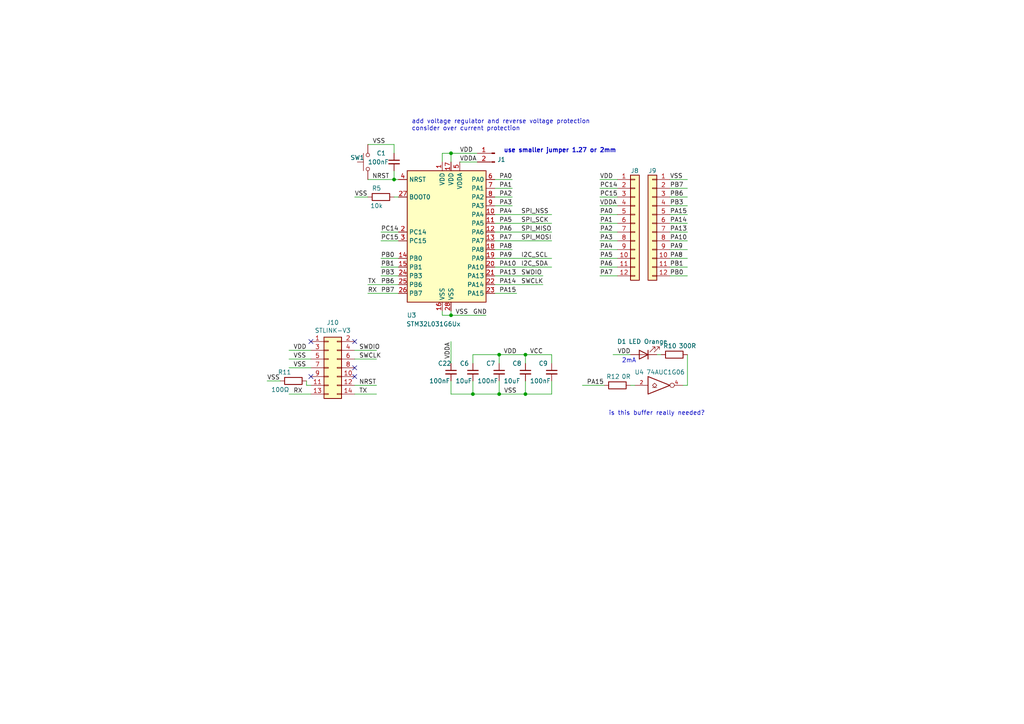
<source format=kicad_sch>
(kicad_sch (version 20211123) (generator eeschema)
  (paper "A4")
  (lib_symbols
    (symbol "74xGxx:74AUC1G06" (pin_names (offset 1.016))
      (property "Reference" "U" (at -2.54 3.81 0))
      (property "Value" "74AUC1G06" (at 0 -3.81 0))
      (symbol "74AUC1G06_0_1"
        (polyline (pts (xy -2.54 -0.635) (xy -1.27 -0.635)))
        (polyline (pts (xy -3.81 2.54) (xy -3.81 -2.54) (xy 2.54 0) (xy -3.81 2.54)) (stroke (width 0.254)))
        (polyline (pts (xy -1.905 0.635) (xy -2.54 0) (xy -1.905 -0.635) (xy -1.27 0) (xy -1.905 0.635)))
      )
      (symbol "74AUC1G06_1_1"
        (pin input line (at -7.62 0 0) (length 3.81) (name "~") (number "2"))
        (pin power_in line (at 0 -2.54 270) (length 0) hide (name "GND") (number "3"))
        (pin open_collector inverted (at 6.35 0 180) (length 3.81) (name "~") (number "4"))
        (pin power_in line (at 0 2.54 90) (length 0) hide (name "VCC") (number "5"))
      )
    )
    (symbol "Connector:Conn_01x02_Male" (pin_names (offset 1.016) hide)
      (property "Reference" "J" (at 0 2.54 0))
      (property "Value" "Conn_01x02_Male" (at 0 -5.08 0))
      (symbol "Conn_01x02_Male_1_1"
        (polyline (pts (xy 1.27 -2.54) (xy 0.8636 -2.54)) (stroke (width 0.1524)))
        (polyline (pts (xy 1.27 0) (xy 0.8636 0)) (stroke (width 0.1524)))
        (rectangle (start 0.8636 -2.413) (end 0 -2.667) (stroke (width 0.1524)) (fill (type outline)))
        (rectangle (start 0.8636 0.127) (end 0 -0.127) (stroke (width 0.1524)) (fill (type outline)))
        (pin passive line (at 5.08 0 180) (length 3.81) (name "Pin_1") (number "1"))
        (pin passive line (at 5.08 -2.54 180) (length 3.81) (name "Pin_2") (number "2"))
      )
    )
    (symbol "Connector_Generic:Conn_01x12" (pin_names (offset 1.016) hide)
      (property "Reference" "J" (at 0 15.24 0))
      (property "Value" "Conn_01x12" (at 0 -17.78 0))
      (symbol "Conn_01x12_1_1"
        (rectangle (start -1.27 -15.113) (end 0 -15.367) (stroke (width 0.1524)))
        (rectangle (start -1.27 -12.573) (end 0 -12.827) (stroke (width 0.1524)))
        (rectangle (start -1.27 -10.033) (end 0 -10.287) (stroke (width 0.1524)))
        (rectangle (start -1.27 -7.493) (end 0 -7.747) (stroke (width 0.1524)))
        (rectangle (start -1.27 -4.953) (end 0 -5.207) (stroke (width 0.1524)))
        (rectangle (start -1.27 -2.413) (end 0 -2.667) (stroke (width 0.1524)))
        (rectangle (start -1.27 0.127) (end 0 -0.127) (stroke (width 0.1524)))
        (rectangle (start -1.27 2.667) (end 0 2.413) (stroke (width 0.1524)))
        (rectangle (start -1.27 5.207) (end 0 4.953) (stroke (width 0.1524)))
        (rectangle (start -1.27 7.747) (end 0 7.493) (stroke (width 0.1524)))
        (rectangle (start -1.27 10.287) (end 0 10.033) (stroke (width 0.1524)))
        (rectangle (start -1.27 12.827) (end 0 12.573) (stroke (width 0.1524)))
        (rectangle (start -1.27 13.97) (end 1.27 -16.51) (stroke (width 0.254)) (fill (type background)))
        (pin passive line (at -5.08 12.7 0) (length 3.81) (name "Pin_1") (number "1"))
        (pin passive line (at -5.08 -10.16 0) (length 3.81) (name "Pin_10") (number "10"))
        (pin passive line (at -5.08 -12.7 0) (length 3.81) (name "Pin_11") (number "11"))
        (pin passive line (at -5.08 -15.24 0) (length 3.81) (name "Pin_12") (number "12"))
        (pin passive line (at -5.08 10.16 0) (length 3.81) (name "Pin_2") (number "2"))
        (pin passive line (at -5.08 7.62 0) (length 3.81) (name "Pin_3") (number "3"))
        (pin passive line (at -5.08 5.08 0) (length 3.81) (name "Pin_4") (number "4"))
        (pin passive line (at -5.08 2.54 0) (length 3.81) (name "Pin_5") (number "5"))
        (pin passive line (at -5.08 0 0) (length 3.81) (name "Pin_6") (number "6"))
        (pin passive line (at -5.08 -2.54 0) (length 3.81) (name "Pin_7") (number "7"))
        (pin passive line (at -5.08 -5.08 0) (length 3.81) (name "Pin_8") (number "8"))
        (pin passive line (at -5.08 -7.62 0) (length 3.81) (name "Pin_9") (number "9"))
      )
    )
    (symbol "Connector_Generic:Conn_02x07_Odd_Even" (pin_names (offset 1.016) hide)
      (property "Reference" "J" (at 1.27 10.16 0))
      (property "Value" "Conn_02x07_Odd_Even" (at 1.27 -10.16 0))
      (symbol "Conn_02x07_Odd_Even_1_1"
        (rectangle (start -1.27 -7.493) (end 0 -7.747) (stroke (width 0.1524)))
        (rectangle (start -1.27 -4.953) (end 0 -5.207) (stroke (width 0.1524)))
        (rectangle (start -1.27 -2.413) (end 0 -2.667) (stroke (width 0.1524)))
        (rectangle (start -1.27 0.127) (end 0 -0.127) (stroke (width 0.1524)))
        (rectangle (start -1.27 2.667) (end 0 2.413) (stroke (width 0.1524)))
        (rectangle (start -1.27 5.207) (end 0 4.953) (stroke (width 0.1524)))
        (rectangle (start -1.27 7.747) (end 0 7.493) (stroke (width 0.1524)))
        (rectangle (start -1.27 8.89) (end 3.81 -8.89) (stroke (width 0.254)) (fill (type background)))
        (rectangle (start 3.81 -7.493) (end 2.54 -7.747) (stroke (width 0.1524)))
        (rectangle (start 3.81 -4.953) (end 2.54 -5.207) (stroke (width 0.1524)))
        (rectangle (start 3.81 -2.413) (end 2.54 -2.667) (stroke (width 0.1524)))
        (rectangle (start 3.81 0.127) (end 2.54 -0.127) (stroke (width 0.1524)))
        (rectangle (start 3.81 2.667) (end 2.54 2.413) (stroke (width 0.1524)))
        (rectangle (start 3.81 5.207) (end 2.54 4.953) (stroke (width 0.1524)))
        (rectangle (start 3.81 7.747) (end 2.54 7.493) (stroke (width 0.1524)))
        (pin passive line (at -5.08 7.62 0) (length 3.81) (name "Pin_1") (number "1"))
        (pin passive line (at 7.62 -2.54 180) (length 3.81) (name "Pin_10") (number "10"))
        (pin passive line (at -5.08 -5.08 0) (length 3.81) (name "Pin_11") (number "11"))
        (pin passive line (at 7.62 -5.08 180) (length 3.81) (name "Pin_12") (number "12"))
        (pin passive line (at -5.08 -7.62 0) (length 3.81) (name "Pin_13") (number "13"))
        (pin passive line (at 7.62 -7.62 180) (length 3.81) (name "Pin_14") (number "14"))
        (pin passive line (at 7.62 7.62 180) (length 3.81) (name "Pin_2") (number "2"))
        (pin passive line (at -5.08 5.08 0) (length 3.81) (name "Pin_3") (number "3"))
        (pin passive line (at 7.62 5.08 180) (length 3.81) (name "Pin_4") (number "4"))
        (pin passive line (at -5.08 2.54 0) (length 3.81) (name "Pin_5") (number "5"))
        (pin passive line (at 7.62 2.54 180) (length 3.81) (name "Pin_6") (number "6"))
        (pin passive line (at -5.08 0 0) (length 3.81) (name "Pin_7") (number "7"))
        (pin passive line (at 7.62 0 180) (length 3.81) (name "Pin_8") (number "8"))
        (pin passive line (at -5.08 -2.54 0) (length 3.81) (name "Pin_9") (number "9"))
      )
    )
    (symbol "Device:C_Small" (pin_numbers hide) (pin_names (offset 0.254) hide)
      (property "Reference" "C" (at 0.254 1.778 0))
      (property "Value" "C_Small" (at 0.254 -2.032 0))
      (symbol "C_Small_0_1"
        (polyline (pts (xy -1.524 -0.508) (xy 1.524 -0.508)) (stroke (width 0.3302)))
        (polyline (pts (xy -1.524 0.508) (xy 1.524 0.508)) (stroke (width 0.3048)))
      )
      (symbol "C_Small_1_1"
        (pin passive line (at 0 2.54 270) (length 2.032) (name "~") (number "1"))
        (pin passive line (at 0 -2.54 90) (length 2.032) (name "~") (number "2"))
      )
    )
    (symbol "Device:LED" (pin_numbers hide) (pin_names (offset 1.016) hide)
      (property "Reference" "D" (at 0 2.54 0))
      (property "Value" "LED" (at 0 -2.54 0))
      (symbol "LED_0_1"
        (polyline (pts (xy -1.27 -1.27) (xy -1.27 1.27)) (stroke (width 0.254)))
        (polyline (pts (xy -1.27 0) (xy 1.27 0)))
        (polyline (pts (xy 1.27 -1.27) (xy 1.27 1.27) (xy -1.27 0) (xy 1.27 -1.27)) (stroke (width 0.254)))
        (polyline (pts (xy -3.048 -0.762) (xy -4.572 -2.286) (xy -3.81 -2.286) (xy -4.572 -2.286) (xy -4.572 -1.524)))
        (polyline (pts (xy -1.778 -0.762) (xy -3.302 -2.286) (xy -2.54 -2.286) (xy -3.302 -2.286) (xy -3.302 -1.524)))
      )
      (symbol "LED_1_1"
        (pin passive line (at -3.81 0 0) (length 2.54) (name "K") (number "1"))
        (pin passive line (at 3.81 0 180) (length 2.54) (name "A") (number "2"))
      )
    )
    (symbol "Device:R" (pin_numbers hide) (pin_names (offset 0))
      (property "Reference" "R" (at 2.032 0 90))
      (property "Value" "R" (at 0 0 90))
      (symbol "R_0_1"
        (rectangle (start -1.016 -2.54) (end 1.016 2.54) (stroke (width 0.254)))
      )
      (symbol "R_1_1"
        (pin passive line (at 0 3.81 270) (length 1.27) (name "~") (number "1"))
        (pin passive line (at 0 -3.81 90) (length 1.27) (name "~") (number "2"))
      )
    )
    (symbol "MCU_ST_STM32L0:STM32L031G6Ux"
      (property "Reference" "U" (at -12.7 19.05 0))
      (property "Value" "STM32L031G6Ux" (at 5.08 19.05 0))
      (symbol "STM32L031G6Ux_0_1"
        (rectangle (start -12.7 -20.32) (end 10.16 17.78) (stroke (width 0.254)) (fill (type background)))
      )
      (symbol "STM32L031G6Ux_1_1"
        (pin power_in line (at -2.54 20.32 270) (length 2.54) (name "VDD") (number "1"))
        (pin bidirectional line (at 12.7 5.08 180) (length 2.54) (name "PA4") (number "10"))
        (pin bidirectional line (at 12.7 2.54 180) (length 2.54) (name "PA5") (number "11"))
        (pin bidirectional line (at 12.7 0 180) (length 2.54) (name "PA6") (number "12"))
        (pin bidirectional line (at 12.7 -2.54 180) (length 2.54) (name "PA7") (number "13"))
        (pin bidirectional line (at -15.24 -7.62 0) (length 2.54) (name "PB0") (number "14"))
        (pin bidirectional line (at -15.24 -10.16 0) (length 2.54) (name "PB1") (number "15"))
        (pin power_in line (at -2.54 -22.86 90) (length 2.54) (name "VSS") (number "16"))
        (pin power_in line (at 0 20.32 270) (length 2.54) (name "VDD") (number "17"))
        (pin bidirectional line (at 12.7 -5.08 180) (length 2.54) (name "PA8") (number "18"))
        (pin bidirectional line (at 12.7 -7.62 180) (length 2.54) (name "PA9") (number "19"))
        (pin bidirectional line (at -15.24 0 0) (length 2.54) (name "PC14") (number "2"))
        (pin bidirectional line (at 12.7 -10.16 180) (length 2.54) (name "PA10") (number "20"))
        (pin bidirectional line (at 12.7 -12.7 180) (length 2.54) (name "PA13") (number "21"))
        (pin bidirectional line (at 12.7 -15.24 180) (length 2.54) (name "PA14") (number "22"))
        (pin bidirectional line (at 12.7 -17.78 180) (length 2.54) (name "PA15") (number "23"))
        (pin bidirectional line (at -15.24 -12.7 0) (length 2.54) (name "PB3") (number "24"))
        (pin bidirectional line (at -15.24 -15.24 0) (length 2.54) (name "PB6") (number "25"))
        (pin bidirectional line (at -15.24 -17.78 0) (length 2.54) (name "PB7") (number "26"))
        (pin input line (at -15.24 10.16 0) (length 2.54) (name "BOOT0") (number "27"))
        (pin power_in line (at 0 -22.86 90) (length 2.54) (name "VSS") (number "28"))
        (pin bidirectional line (at -15.24 -2.54 0) (length 2.54) (name "PC15") (number "3"))
        (pin input line (at -15.24 15.24 0) (length 2.54) (name "NRST") (number "4"))
        (pin power_in line (at 2.54 20.32 270) (length 2.54) (name "VDDA") (number "5"))
        (pin bidirectional line (at 12.7 15.24 180) (length 2.54) (name "PA0") (number "6"))
        (pin bidirectional line (at 12.7 12.7 180) (length 2.54) (name "PA1") (number "7"))
        (pin bidirectional line (at 12.7 10.16 180) (length 2.54) (name "PA2") (number "8"))
        (pin bidirectional line (at 12.7 7.62 180) (length 2.54) (name "PA3") (number "9"))
      )
    )
    (symbol "Switch:SW_Push" (pin_numbers hide) (pin_names (offset 1.016) hide)
      (property "Reference" "SW" (at 1.27 2.54 0))
      (property "Value" "SW_Push" (at 0 -1.524 0))
      (symbol "SW_Push_0_1"
        (circle (center -2.032 0) (radius 0.508))
        (polyline (pts (xy 0 1.27) (xy 0 3.048)))
        (polyline (pts (xy 2.54 1.27) (xy -2.54 1.27)))
        (circle (center 2.032 0) (radius 0.508))
        (pin passive line (at -5.08 0 0) (length 2.54) (name "1") (number "1"))
        (pin passive line (at 5.08 0 180) (length 2.54) (name "2") (number "2"))
      )
    )
  )
  (junction (at 130.81 44.45))
  (junction (at 137.16 114.3))
  (junction (at 130.81 91.44))
  (junction (at 152.4 102.87))
  (junction (at 144.78 114.3))
  (junction (at 152.4 114.3))
  (junction (at 114.3 52.07))
  (junction (at 144.78 102.87))
  (no_connect (at 102.87 109.22))
  (no_connect (at 90.17 99.06))
  (no_connect (at 102.87 106.68))
  (no_connect (at 90.17 109.22))
  (no_connect (at 102.87 99.06))
  (wire (pts (xy 179.07 62.23) (xy 173.99 62.23)))
  (wire (pts (xy 179.07 72.39) (xy 173.99 72.39)))
  (wire (pts (xy 115.57 69.85) (xy 110.49 69.85)))
  (wire (pts (xy 115.57 77.47) (xy 110.49 77.47)))
  (wire (pts (xy 114.3 52.07) (xy 106.68 52.07)))
  (wire (pts (xy 152.4 102.87) (xy 160.02 102.87)))
  (wire (pts (xy 143.51 57.15) (xy 148.59 57.15)))
  (wire (pts (xy 102.87 104.14) (xy 109.22 104.14)))
  (wire (pts (xy 199.39 69.85) (xy 194.31 69.85)))
  (wire (pts (xy 182.88 102.87) (xy 177.8 102.87)))
  (wire (pts (xy 143.51 85.09) (xy 149.86 85.09)))
  (wire (pts (xy 144.78 110.49) (xy 144.78 114.3)))
  (wire (pts (xy 144.78 105.41) (xy 144.78 102.87)))
  (wire (pts (xy 199.39 74.93) (xy 194.31 74.93)))
  (wire (pts (xy 143.51 67.31) (xy 160.02 67.31)))
  (wire (pts (xy 130.81 46.99) (xy 130.81 44.45)))
  (wire (pts (xy 179.07 57.15) (xy 173.99 57.15)))
  (wire (pts (xy 102.87 101.6) (xy 109.22 101.6)))
  (wire (pts (xy 130.81 91.44) (xy 140.97 91.44)))
  (wire (pts (xy 179.07 69.85) (xy 173.99 69.85)))
  (wire (pts (xy 90.17 114.3) (xy 83.82 114.3)))
  (wire (pts (xy 160.02 114.3) (xy 160.02 110.49)))
  (wire (pts (xy 90.17 101.6) (xy 83.82 101.6)))
  (wire (pts (xy 144.78 102.87) (xy 152.4 102.87)))
  (wire (pts (xy 179.07 80.01) (xy 173.99 80.01)))
  (wire (pts (xy 199.39 80.01) (xy 194.31 80.01)))
  (wire (pts (xy 198.12 111.76) (xy 199.39 111.76)))
  (wire (pts (xy 143.51 52.07) (xy 148.59 52.07)))
  (wire (pts (xy 199.39 111.76) (xy 199.39 102.87)))
  (wire (pts (xy 190.5 102.87) (xy 191.77 102.87)))
  (wire (pts (xy 199.39 64.77) (xy 194.31 64.77)))
  (wire (pts (xy 143.51 54.61) (xy 148.59 54.61)))
  (wire (pts (xy 128.27 90.17) (xy 128.27 91.44)))
  (wire (pts (xy 175.26 111.76) (xy 168.91 111.76)))
  (wire (pts (xy 152.4 110.49) (xy 152.4 114.3)))
  (wire (pts (xy 133.35 46.99) (xy 138.43 46.99)))
  (wire (pts (xy 199.39 52.07) (xy 194.31 52.07)))
  (wire (pts (xy 199.39 57.15) (xy 194.31 57.15)))
  (wire (pts (xy 143.51 80.01) (xy 157.48 80.01)))
  (wire (pts (xy 137.16 110.49) (xy 137.16 114.3)))
  (wire (pts (xy 143.51 64.77) (xy 160.02 64.77)))
  (wire (pts (xy 128.27 91.44) (xy 130.81 91.44)))
  (wire (pts (xy 130.81 114.3) (xy 130.81 110.49)))
  (wire (pts (xy 114.3 44.45) (xy 114.3 41.91)))
  (wire (pts (xy 179.07 67.31) (xy 173.99 67.31)))
  (wire (pts (xy 179.07 64.77) (xy 173.99 64.77)))
  (wire (pts (xy 143.51 74.93) (xy 160.02 74.93)))
  (wire (pts (xy 130.81 105.41) (xy 130.81 99.06)))
  (wire (pts (xy 137.16 114.3) (xy 130.81 114.3)))
  (wire (pts (xy 114.3 57.15) (xy 115.57 57.15)))
  (wire (pts (xy 152.4 114.3) (xy 160.02 114.3)))
  (wire (pts (xy 128.27 46.99) (xy 128.27 44.45)))
  (wire (pts (xy 152.4 105.41) (xy 152.4 102.87)))
  (wire (pts (xy 179.07 77.47) (xy 173.99 77.47)))
  (wire (pts (xy 137.16 102.87) (xy 144.78 102.87)))
  (wire (pts (xy 130.81 91.44) (xy 130.81 90.17)))
  (wire (pts (xy 199.39 62.23) (xy 194.31 62.23)))
  (wire (pts (xy 102.87 114.3) (xy 109.22 114.3)))
  (wire (pts (xy 137.16 114.3) (xy 144.78 114.3)))
  (wire (pts (xy 144.78 114.3) (xy 152.4 114.3)))
  (wire (pts (xy 128.27 44.45) (xy 130.81 44.45)))
  (wire (pts (xy 81.28 110.49) (xy 77.47 110.49)))
  (wire (pts (xy 199.39 67.31) (xy 194.31 67.31)))
  (wire (pts (xy 143.51 82.55) (xy 157.48 82.55)))
  (wire (pts (xy 90.17 111.76) (xy 88.9 111.76)))
  (wire (pts (xy 115.57 85.09) (xy 106.68 85.09)))
  (wire (pts (xy 179.07 54.61) (xy 173.99 54.61)))
  (wire (pts (xy 115.57 67.31) (xy 110.49 67.31)))
  (wire (pts (xy 114.3 52.07) (xy 114.3 49.53)))
  (wire (pts (xy 199.39 72.39) (xy 194.31 72.39)))
  (wire (pts (xy 179.07 74.93) (xy 173.99 74.93)))
  (wire (pts (xy 115.57 80.01) (xy 110.49 80.01)))
  (wire (pts (xy 179.07 52.07) (xy 173.99 52.07)))
  (wire (pts (xy 160.02 102.87) (xy 160.02 105.41)))
  (wire (pts (xy 199.39 54.61) (xy 194.31 54.61)))
  (wire (pts (xy 115.57 52.07) (xy 114.3 52.07)))
  (wire (pts (xy 115.57 74.93) (xy 110.49 74.93)))
  (wire (pts (xy 143.51 69.85) (xy 160.02 69.85)))
  (wire (pts (xy 90.17 104.14) (xy 83.82 104.14)))
  (wire (pts (xy 179.07 59.69) (xy 173.99 59.69)))
  (wire (pts (xy 102.87 111.76) (xy 109.22 111.76)))
  (wire (pts (xy 90.17 106.68) (xy 83.82 106.68)))
  (wire (pts (xy 88.9 111.76) (xy 88.9 110.49)))
  (wire (pts (xy 143.51 72.39) (xy 148.59 72.39)))
  (wire (pts (xy 199.39 77.47) (xy 194.31 77.47)))
  (wire (pts (xy 102.87 57.15) (xy 106.68 57.15)))
  (wire (pts (xy 184.15 111.76) (xy 182.88 111.76)))
  (wire (pts (xy 106.68 41.91) (xy 114.3 41.91)))
  (wire (pts (xy 130.81 44.45) (xy 138.43 44.45)))
  (wire (pts (xy 137.16 105.41) (xy 137.16 102.87)))
  (wire (pts (xy 143.51 77.47) (xy 160.02 77.47)))
  (wire (pts (xy 199.39 59.69) (xy 194.31 59.69)))
  (wire (pts (xy 143.51 59.69) (xy 148.59 59.69)))
  (wire (pts (xy 115.57 82.55) (xy 106.68 82.55)))
  (wire (pts (xy 143.51 62.23) (xy 160.02 62.23)))
  (text "is this buffer really needed?" (at 176.53 120.65 0) (effects (font (size 1.27 1.27)) (justify left bottom)))
  (text "add voltage regulator and reverse voltage protection\nconsider over current protection" (at 119.38 38.1 0) (effects (font (size 1.27 1.27)) (justify left bottom)))
  (text "2mA" (at 180.34 105.41 0) (effects (font (size 1.27 1.27)) (justify left bottom)))
  (text "use smaller jumper 1.27 or 2mm" (at 146.05 44.45 0) (effects (font (size 1.27 1.27) (thickness 0.254) bold) (justify left bottom)))
  (label "PA5" (at 173.99 74.93 0))
  (label "PB1" (at 110.49 77.47 0))
  (label "SPI_NSS" (at 151.13 62.23 0))
  (label "PB7" (at 110.49 85.09 0))
  (label "VCC" (at 153.67 102.87 0))
  (label "SWDIO" (at 151.13 80.01 0))
  (label "VSS" (at 111.76 41.91 180))
  (label "SWCLK" (at 104.14 104.14 0))
  (label "PA9" (at 194.31 72.39 0))
  (label "PA1" (at 144.78 54.61 0))
  (label "PA14" (at 144.78 82.55 0))
  (label "VDDA" (at 130.81 104.14 90))
  (label "PB3" (at 194.31 59.69 0))
  (label "VSS" (at 85.09 106.68 0))
  (label "VDDA" (at 173.99 59.69 0))
  (label "PA15" (at 144.78 85.09 0))
  (label "VSS" (at 102.87 57.15 0))
  (label "VSS" (at 149.86 114.3 180))
  (label "PA1" (at 173.99 64.77 0))
  (label "RX" (at 85.09 114.3 0))
  (label "PB1" (at 194.31 77.47 0))
  (label "PA9" (at 144.78 74.93 0))
  (label "SPI_MISO" (at 151.13 67.31 0))
  (label "I2C_SCL" (at 151.13 74.93 0))
  (label "TX" (at 106.68 82.55 0))
  (label "PC15" (at 173.99 57.15 0))
  (label "SWCLK" (at 151.13 82.55 0))
  (label "NRST" (at 107.95 52.07 0))
  (label "PB6" (at 110.49 82.55 0))
  (label "PB3" (at 110.49 80.01 0))
  (label "PA6" (at 144.78 67.31 0))
  (label "PA0" (at 173.99 62.23 0))
  (label "PA2" (at 173.99 67.31 0))
  (label "PC14" (at 173.99 54.61 0))
  (label "NRST" (at 104.14 111.76 0))
  (label "VDD" (at 173.99 52.07 0))
  (label "PA2" (at 144.78 57.15 0))
  (label "PB0" (at 110.49 74.93 0))
  (label "VDD" (at 179.07 102.87 0))
  (label "PA14" (at 194.31 64.77 0))
  (label "PA6" (at 173.99 77.47 0))
  (label "PA5" (at 144.78 64.77 0))
  (label "VDD" (at 133.35 44.45 0))
  (label "PA10" (at 194.31 69.85 0))
  (label "I2C_SDA" (at 151.13 77.47 0))
  (label "VSS" (at 194.31 52.07 0))
  (label "VDD" (at 146.05 102.87 0))
  (label "PA8" (at 144.78 72.39 0))
  (label "SWDIO" (at 104.14 101.6 0))
  (label "PB6" (at 194.31 57.15 0))
  (label "PA13" (at 144.78 80.01 0))
  (label "RX" (at 106.68 85.09 0))
  (label "PB7" (at 194.31 54.61 0))
  (label "PB0" (at 194.31 80.01 0))
  (label "PA10" (at 144.78 77.47 0))
  (label "PA7" (at 144.78 69.85 0))
  (label "VDDA" (at 133.35 46.99 0))
  (label "PA3" (at 173.99 69.85 0))
  (label "PA7" (at 173.99 80.01 0))
  (label "VDD" (at 85.09 101.6 0))
  (label "TX" (at 104.14 114.3 0))
  (label "PA0" (at 144.78 52.07 0))
  (label "PA13" (at 194.31 67.31 0))
  (label "PC14" (at 110.49 67.31 0))
  (label "SPI_SCK" (at 151.13 64.77 0))
  (label "VSS" (at 85.09 104.14 0))
  (label "SPI_MOSI" (at 151.13 69.85 0))
  (label "PA15" (at 170.18 111.76 0))
  (label "PA3" (at 144.78 59.69 0))
  (label "PA4" (at 144.78 62.23 0))
  (label "GND" (at 137.16 91.44 0))
  (label "PA4" (at 173.99 72.39 0))
  (label "PA15" (at 194.31 62.23 0))
  (label "PA8" (at 194.31 74.93 0))
  (label "VSS" (at 132.08 91.44 0))
  (label "PC15" (at 110.49 69.85 0))
  (label "VSS" (at 77.47 110.49 0))
  (symbol (lib_id "Device:R") (at 179.07 111.76 270) (unit 1)
    (property "Reference" "R12" (at 177.8 109.22 90))
    (property "Value" "0R" (at 181.61 109.22 90))
    (property "Footprint" "Custom:R_0805_2012Metric_Pad1.20x1.40mm_HandSolder_Jump" (effects hide))
  )
  (symbol (lib_id "MCU_ST_STM32L0:STM32L031G6Ux") (at 130.81 67.31 0) (unit 1)
    (property "Reference" "U3" (at 119.38 91.44 0))
    (property "Value" "STM32L031G6Ux" (at 125.73 93.98 0))
    (property "Footprint" "Package_DFN_QFN:QFN-28_4x4mm_P0.5mm" (effects hide))
    (property "Datasheet" "http://www.st.com/st-web-ui/static/active/en/resource/technical/document/datasheet/DM00140359.pdf" (effects hide))
  )
  (symbol (lib_id "Device:C_Small") (at 160.02 107.95 0) (unit 1)
    (property "Reference" "C9" (at 156.21 105.41 0) (effects (justify left)))
    (property "Value" "100nF" (at 153.67 110.49 0) (effects (justify left)))
    (property "Footprint" "Capacitor_SMD:C_0805_2012Metric_Pad1.18x1.45mm_HandSolder" (effects hide))
  )
  (symbol (lib_id "Device:C_Small") (at 130.81 107.95 0) (unit 1)
    (property "Reference" "C22" (at 127 105.41 0) (effects (justify left)))
    (property "Value" "100nF" (at 124.46 110.49 0) (effects (justify left)))
    (property "Footprint" "Capacitor_SMD:C_0805_2012Metric_Pad1.18x1.45mm_HandSolder" (effects hide))
  )
  (symbol (lib_id "Device:R") (at 110.49 57.15 270) (unit 1)
    (property "Reference" "R5" (at 109.22 54.61 90))
    (property "Value" "10k" (at 109.22 59.69 90))
    (property "Footprint" "Resistor_SMD:R_0805_2012Metric_Pad1.20x1.40mm_HandSolder" (effects hide))
  )
  (symbol (lib_id "Device:C_Small") (at 114.3 46.99 0) (unit 1)
    (property "Reference" "C1" (at 109.22 44.45 0) (effects (justify left)))
    (property "Value" "100nF" (at 106.68 46.99 0) (effects (justify left)))
    (property "Footprint" "Capacitor_SMD:C_0805_2012Metric_Pad1.18x1.45mm_HandSolder" (effects hide))
  )
  (symbol (lib_id "Switch:SW_Push") (at 106.68 46.99 90) (unit 1)
    (property "Reference" "SW1" (at 101.6 45.72 90) (effects (justify right)))
    (property "Value" "SW_Push" (effects hide))
    (property "Footprint" "Custom:Schurter_LPS&LPH" (effects hide))
  )
  (symbol (lib_id "Device:C_Small") (at 152.4 107.95 0) (unit 1)
    (property "Reference" "C8" (at 148.59 105.41 0) (effects (justify left)))
    (property "Value" "10uF" (at 146.05 110.49 0) (effects (justify left)))
    (property "Footprint" "Capacitor_SMD:C_0805_2012Metric_Pad1.18x1.45mm_HandSolder" (effects hide))
  )
  (symbol (lib_id "Device:C_Small") (at 144.78 107.95 0) (unit 1)
    (property "Reference" "C7" (at 140.97 105.41 0) (effects (justify left)))
    (property "Value" "100nF" (at 138.43 110.49 0) (effects (justify left)))
    (property "Footprint" "Capacitor_SMD:C_0805_2012Metric_Pad1.18x1.45mm_HandSolder" (effects hide))
  )
  (symbol (lib_id "Device:C_Small") (at 137.16 107.95 0) (unit 1)
    (property "Reference" "C6" (at 133.35 105.41 0) (effects (justify left)))
    (property "Value" "10uF" (at 132.08 110.49 0) (effects (justify left)))
    (property "Footprint" "Capacitor_SMD:C_0805_2012Metric_Pad1.18x1.45mm_HandSolder" (effects hide))
  )
  (symbol (lib_id "Connector:Conn_01x02_Male") (at 143.51 44.45 0) (mirror y) (unit 1)
    (property "Reference" "J1" (at 144.2212 46.2788 0) (effects (justify right)))
    (property "Value" "Conn_01x02_Male" (effects hide))
    (property "Footprint" "Connector_PinHeader_2.54mm:PinHeader_1x02_P2.54mm_Vertical" (effects hide))
  )
  (symbol (lib_id "74xGxx:74AUC1G06") (at 191.77 111.76 0) (unit 1)
    (property "Reference" "U4" (at 185.42 107.95 0))
    (property "Value" "74AUC1G06" (at 193.04 107.95 0))
    (property "Footprint" "Package_TO_SOT_SMD:SOT-23-5" (effects hide))
    (property "Datasheet" "http://www.ti.com/lit/sg/scyt129e/scyt129e.pdf" (effects hide))
  )
  (symbol (lib_id "Device:LED") (at 186.69 102.87 180) (unit 1)
    (property "Reference" "D1" (at 180.34 99.06 0))
    (property "Value" "LED Orange" (at 187.96 99.06 0))
    (property "Footprint" "Diode_SMD:D_0805_2012Metric_Pad1.15x1.40mm_HandSolder" (effects hide))
  )
  (symbol (lib_id "Device:R") (at 195.58 102.87 270) (unit 1)
    (property "Reference" "R10" (at 194.31 100.33 90))
    (property "Value" "300R" (at 199.39 100.33 90))
    (property "Footprint" "Resistor_SMD:R_0805_2012Metric_Pad1.20x1.40mm_HandSolder" (effects hide))
  )
  (symbol (lib_id "Connector_Generic:Conn_02x07_Odd_Even") (at 95.25 106.68 0) (unit 1)
    (property "Reference" "J10" (at 96.52 93.5482 0))
    (property "Value" "STLINK-V3" (at 96.52 95.8596 0))
    (property "Footprint" "Custom:Harwin_M50-3610742" (effects hide))
  )
  (symbol (lib_id "Device:R") (at 85.09 110.49 90) (unit 1)
    (property "Reference" "R11" (at 82.55 107.95 90))
    (property "Value" "100Ω" (at 81.28 113.03 90))
    (property "Footprint" "Resistor_SMD:R_0805_2012Metric_Pad1.20x1.40mm_HandSolder" (effects hide))
  )
  (symbol (lib_id "Connector_Generic:Conn_01x12") (at 184.15 64.77 0) (unit 1)
    (property "Reference" "J8" (at 182.88 49.53 0) (effects (justify left)))
    (property "Value" "Conn_01x12" (effects hide))
    (property "Footprint" "Connector_PinHeader_2.54mm:PinHeader_1x12_P2.54mm_Vertical" (effects hide))
  )
  (symbol (lib_id "Connector_Generic:Conn_01x12") (at 189.23 64.77 0) (mirror y) (unit 1)
    (property "Reference" "J9" (at 189.23 49.53 0))
    (property "Value" "Conn_01x12" (effects hide))
    (property "Footprint" "Connector_PinHeader_2.54mm:PinHeader_1x12_P2.54mm_Vertical" (effects hide))
  )
)
</source>
